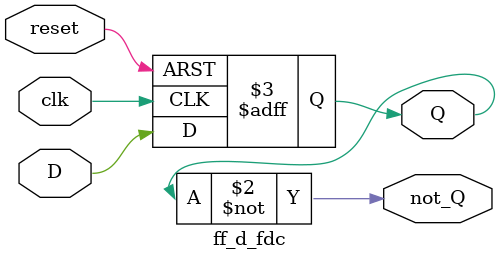
<source format=v>
module ff_d_fdc(
    input wire clk, reset,
    input wire D,
    output reg Q,
    output wire not_Q
    );
    
    always @(posedge clk or posedge reset) begin
        if (reset) begin
            Q <= 1'b1;
        end
        else begin
            Q <= D;
        end
    end
    
    assign not_Q = ~Q;

endmodule


</source>
